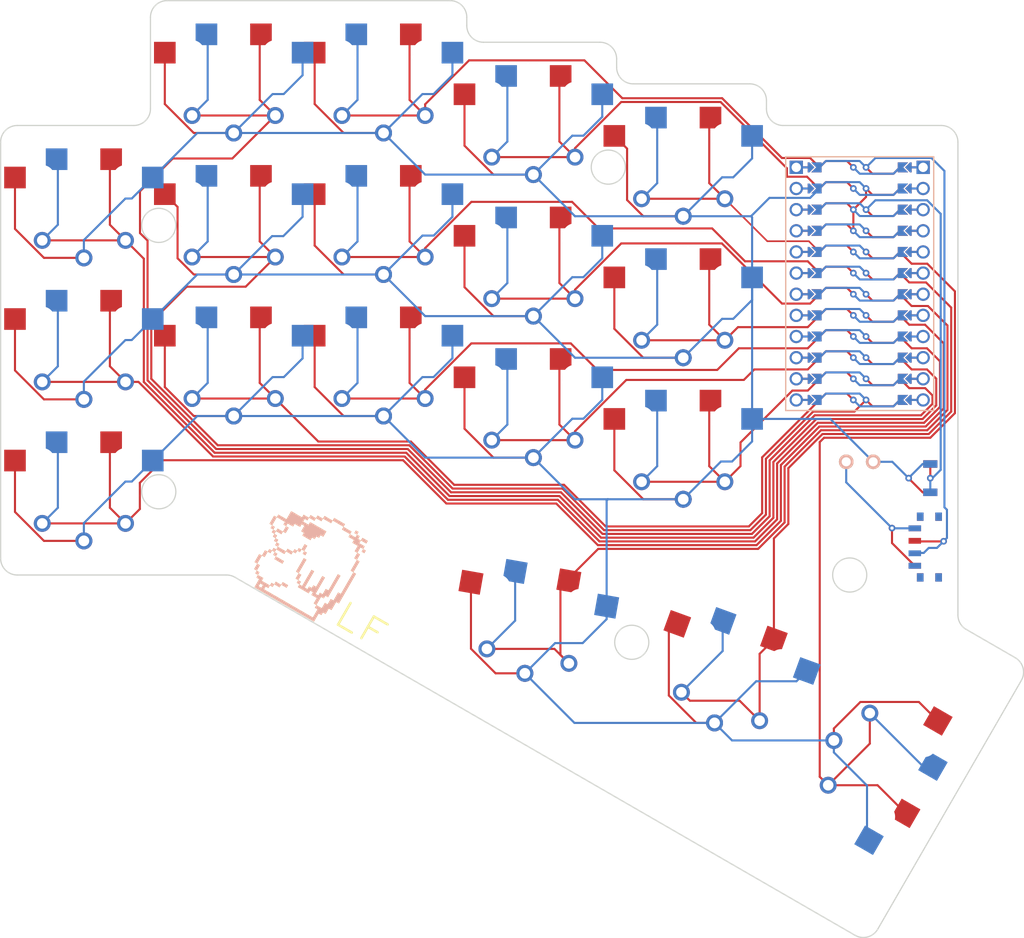
<source format=kicad_pcb>
(kicad_pcb (version 20211014) (generator pcbnew)
  (title_block (title "keyboard") (rev "v1.0.0") (company "Unknown"))
  (layers (0 "F.Cu" signal) (31 "B.Cu" signal) (34 "B.Paste" user) (35 "F.Paste" user) (36 "B.SilkS" user "B.Silkscreen") (37 "F.SilkS" user "F.Silkscreen") (38 "B.Mask" user) (39 "F.Mask" user) (44 "Edge.Cuts" user))
  (net 0 "")
  (net 1 "P14")
  (net 2 "GND")
  (net 3 "P15")
  (net 4 "P18")
  (net 5 "P9")
  (net 6 "P10")
  (net 7 "P16")
  (net 8 "P6")
  (net 9 "P3")
  (net 10 "P0")
  (net 11 "P7")
  (net 12 "P4")
  (net 13 "P1")
  (net 14 "P8")
  (net 15 "P5")
  (net 16 "P2")
  (net 17 "P19")
  (net 18 "P20")
  (net 19 "P21")
  (net 20 "RAW")
  (net 21 "RST")
  (net 22 "VCC")
  (net 23 "pos")
  (footprint "PG1350" (layer "F.Cu") (at 216.020719 111.495071 180)
    (fp_text reference "S22" hide)
    (fp_text value "" hide)
  )
  (footprint "PG1350" (layer "F.Cu") (at 198.020719 89.495071)
    (fp_text reference "S17" hide)
    (fp_text value "" hide)
  )
  (footprint "PG1350" (layer "F.Cu") (at 162.020719 138.495071)
    (fp_text reference "S1" hide)
    (fp_text value "" hide)
  )
  (footprint "PG1350" (layer "F.Cu") (at 198.020719 123.495071)
    (fp_text reference "S13" hide)
    (fp_text value "" hide)
  )
  (footprint "PG1350" (layer "F.Cu") (at 257.226984 171.31824 -120)
    (fp_text reference "S35" hide)
    (fp_text value "" hide)
  )
  (footprint "PG1350" (layer "F.Cu") (at 180.020719 89.495071)
    (fp_text reference "S11" hide)
    (fp_text value "" hide)
  )
  (footprint "PG1350" (layer "F.Cu") (at 216.020719 94.495071 180)
    (fp_text reference "S24" hide)
    (fp_text value "" hide)
  )
  (footprint "PG1350" (layer "F.Cu") (at 234.020719 99.495071 180)
    (fp_text reference "S30" hide)
    (fp_text value "" hide)
  )
  (footprint "PG1350" (layer "F.Cu") (at 180.020719 106.495071 180)
    (fp_text reference "S10" hide)
    (fp_text value "" hide)
  )
  (footprint "PG1350" (layer "F.Cu") (at 239.801213 160.719067 -20)
    (fp_text reference "S33" hide)
    (fp_text value "" hide)
  )
  (footprint "PG1350" (layer "F.Cu") (at 180.020719 123.495071)
    (fp_text reference "S7" hide)
    (fp_text value "" hide)
  )
  (footprint "PG1350" (layer "F.Cu") (at 234.020719 116.495071)
    (fp_text reference "S27" hide)
    (fp_text value "" hide)
  )
  (footprint "PG1350" (layer "F.Cu") (at 234.020719 133.495071 180)
    (fp_text reference "S26" hide)
    (fp_text value "" hide)
  )
  (footprint "PG1350" (layer "F.Cu") (at 257.226984 171.31824 60)
    (fp_text reference "S36" hide)
    (fp_text value "" hide)
  )
  (footprint "PG1350" (layer "F.Cu") (at 162.020719 138.495071 180)
    (fp_text reference "S2" hide)
    (fp_text value "" hide)
  )
  (footprint "PG1350" (layer "F.Cu") (at 180.020719 106.495071)
    (fp_text reference "S9" hide)
    (fp_text value "" hide)
  )
  (footprint "PG1350" (layer "F.Cu") (at 180.020719 123.495071 180)
    (fp_text reference "S8" hide)
    (fp_text value "" hide)
  )
  (footprint "PG1350" (layer "F.Cu") (at 216.020719 154.495071 -10)
    (fp_text reference "S31" hide)
    (fp_text value "" hide)
  )
  (footprint "PG1350" (layer "F.Cu") (at 234.020719 99.495071)
    (fp_text reference "S29" hide)
    (fp_text value "" hide)
  )
  (footprint "PG1350" (layer "F.Cu") (at 180.020719 89.495071 180)
    (fp_text reference "S12" hide)
    (fp_text value "" hide)
  )
  (footprint "PG1350" (layer "F.Cu") (at 216.020719 154.495071 170)
    (fp_text reference "S32" hide)
    (fp_text value "" hide)
  )
  (footprint "PG1350" (layer "F.Cu") (at 198.020719 106.495071)
    (fp_text reference "S15" hide)
    (fp_text value "" hide)
  )
  (footprint "Desktop:mole" (layer "F.Cu") (at 188.764188 146.647543 -30)
    (fp_text reference "")
    (fp_text value "LOGO" hide)
  )
  (footprint "PG1350" (layer "F.Cu") (at 234.020719 116.495071 180)
    (fp_text reference "S28" hide)
    (fp_text value "" hide)
  )
  (footprint "PG1350" (layer "F.Cu") (at 198.020719 123.495071 180)
    (fp_text reference "S14" hide)
    (fp_text value "" hide)
  )
  (footprint "PG1350" (layer "F.Cu") (at 239.801213 160.719067 160)
    (fp_text reference "S34" hide)
    (fp_text value "" hide)
  )
  (footprint "PG1350" (layer "F.Cu") (at 162.020719 104.495071 180)
    (fp_text reference "S6" hide)
    (fp_text value "" hide)
  )
  (footprint "PG1350" (layer "F.Cu") (at 198.020719 106.495071 180)
    (fp_text reference "S16" hide)
    (fp_text value "" hide)
  )
  (footprint "PG1350" (layer "F.Cu") (at 162.020719 121.495071)
    (fp_text reference "S3" hide)
    (fp_text value "" hide)
  )
  (footprint "PG1350" (layer "F.Cu") (at 216.020719 111.495071)
    (fp_text reference "S21" hide)
    (fp_text value "" hide)
  )
  (footprint "keyboard_reversible:ProMicro" (layer "F.Cu") (at 255.220719 113.495071 -90)
    (fp_text reference "REF**" hide)
    (fp_text value "ProMicro")
  )
  (footprint "Button_Switch_SMD:SW_SPDT_PCM12" (layer "F.Cu") (at 263.272429 145.136221 90)
    (fp_text reference "")
    (fp_text value "")
  )
  (footprint "Button_Switch_SMD:SW_SPST_B3U-1000P" (layer "F.Cu") (at 263.702429 136.860742 90)
    (fp_text reference "")
    (fp_text value "")
  )
  (footprint "PG1350" (layer "F.Cu") (at 162.020719 121.495071 180)
    (fp_text reference "S4" hide)
    (fp_text value "" hide)
  )
  (footprint "PG1350" (layer "F.Cu") (at 216.020719 128.495071)
    (fp_text reference "S19" hide)
    (fp_text value "" hide)
  )
  (footprint "PG1350" (layer "F.Cu") (at 198.020719 89.495071 180)
    (fp_text reference "S18" hide)
    (fp_text value "" hide)
  )
  (footprint "lib:bat" (layer "F.Cu") (at 255.220719 134.895071 90)
    (fp_text reference "")
    (fp_text value "")
  )
  (footprint "PG1350" (layer "F.Cu") (at 234.020719 133.495071)
    (fp_text reference "S25" hide)
    (fp_text value "" hide)
  )
  (footprint "PG1350" (layer "F.Cu") (at 162.020719 104.495071)
    (fp_text reference "S5" hide)
    (fp_text value "" hide)
  )
  (footprint "PG1350" (layer "F.Cu") (at 216.020719 128.495071 180)
    (fp_text reference "S20" hide)
    (fp_text value "" hide)
  )
  (footprint "PG1350" (layer "F.Cu") (at 216.020719 94.495071)
    (fp_text reference "S23" hide)
    (fp_text value "" hide)
  )
  (footprint "Desktop:mole" (layer "B.Cu") (at 188.764188 146.647543 150)
    (fp_text reference "")
    (fp_text value "LOGO" hide)
  )
  (gr_line (start 210.020719 84.495071) (end 224.020719 84.495071) (layer "Edge.Cuts") (width 0.15))
  (gr_line (start 208.020719 82.495071) (end 208.020719 81.495071) (layer "Edge.Cuts") (width 0.15))
  (gr_arc (start 154.020719 148.495071) (mid 152.606505 147.909285) (end 152.020719 146.495071) (layer "Edge.Cuts") (width 0.15))
  (gr_line (start 244.020719 92.495071) (end 244.020719 91.495071) (layer "Edge.Cuts") (width 0.15))
  (gr_line (start 257.387238 191.040672) (end 274.637238 161.162796) (layer "Edge.Cuts") (width 0.15))
  (gr_arc (start 246.020719 94.495071) (mid 244.606505 93.909285) (end 244.020719 92.495071) (layer "Edge.Cuts") (width 0.15))
  (gr_arc (start 170.020719 81.495071) (mid 170.606505 80.080857) (end 172.020719 79.495071) (layer "Edge.Cuts") (width 0.15))
  (gr_line (start 152.020719 146.495071) (end 152.020719 96.495071) (layer "Edge.Cuts") (width 0.15))
  (gr_circle (center 227.838412 156.578849) (end 229.888412 156.578849) (layer "Edge.Cuts") (width 0.15) (fill none))
  (gr_arc (start 152.020719 96.495071) (mid 152.606505 95.080857) (end 154.020719 94.495071) (layer "Edge.Cuts") (width 0.15))
  (gr_arc (start 242.020719 89.495071) (mid 243.434933 90.080857) (end 244.020719 91.495071) (layer "Edge.Cuts") (width 0.15))
  (gr_circle (center 225.020719 99.495071) (end 227.070719 99.495071) (layer "Edge.Cuts") (width 0.15) (fill none))
  (gr_circle (center 171.020719 138.495071) (end 173.070719 138.495071) (layer "Edge.Cuts") (width 0.15) (fill none))
  (gr_line (start 170.020719 92.495071) (end 170.020719 81.495071) (layer "Edge.Cuts") (width 0.15))
  (gr_circle (center 254.020719 148.495071) (end 256.070719 148.495071) (layer "Edge.Cuts") (width 0.15) (fill none))
  (gr_line (start 265.020719 94.495071) (end 246.020719 94.495071) (layer "Edge.Cuts") (width 0.15))
  (gr_line (start 180.160197 148.76302) (end 254.655188 191.772723) (layer "Edge.Cuts") (width 0.15))
  (gr_arc (start 273.905188 158.430746) (mid 274.837039 159.645158) (end 274.637238 161.162796) (layer "Edge.Cuts") (width 0.15))
  (gr_arc (start 179.160197 148.495071) (mid 179.677835 148.563219) (end 180.160197 148.76302) (layer "Edge.Cuts") (width 0.15))
  (gr_arc (start 170.020719 92.495071) (mid 169.434933 93.909285) (end 168.020719 94.495071) (layer "Edge.Cuts") (width 0.15))
  (gr_line (start 267.020719 153.301294) (end 267.020719 96.495071) (layer "Edge.Cuts") (width 0.15))
  (gr_line (start 268.020719 155.033345) (end 273.905188 158.430745) (layer "Edge.Cuts") (width 0.15))
  (gr_line (start 228.020719 89.495071) (end 242.020719 89.495071) (layer "Edge.Cuts") (width 0.15))
  (gr_arc (start 206.020719 79.495071) (mid 207.434933 80.080857) (end 208.020719 81.495071) (layer "Edge.Cuts") (width 0.15))
  (gr_line (start 172.020719 79.495071) (end 206.020719 79.495071) (layer "Edge.Cuts") (width 0.15))
  (gr_line (start 154.020719 148.495071) (end 179.160197 148.495071) (layer "Edge.Cuts") (width 0.15))
  (gr_arc (start 268.020719 155.033345) (mid 267.288668 154.301294) (end 267.020719 153.301294) (layer "Edge.Cuts") (width 0.15))
  (gr_arc (start 265.020719 94.495071) (mid 266.434933 95.080857) (end 267.020719 96.495071) (layer "Edge.Cuts") (width 0.15))
  (gr_arc (start 228.020719 89.495071) (mid 226.606505 88.909285) (end 226.020719 87.495071) (layer "Edge.Cuts") (width 0.15))
  (gr_circle (center 171.020719 106.495071) (end 173.070719 106.495071) (layer "Edge.Cuts") (width 0.15) (fill none))
  (gr_arc (start 257.387239 191.040672) (mid 256.172826 191.972524) (end 254.655188 191.772723) (layer "Edge.Cuts") (width 0.15))
  (gr_arc (start 210.020719 84.495071) (mid 208.606505 83.909285) (end 208.020719 82.495071) (layer "Edge.Cuts") (width 0.15))
  (gr_line (start 226.020719 87.495071) (end 226.020719 86.495071) (layer "Edge.Cuts") (width 0.15))
  (gr_line (start 154.020719 94.495071) (end 168.020719 94.495071) (layer "Edge.Cuts") (width 0.15))
  (gr_arc (start 224.020719 84.495071) (mid 225.434933 85.080857) (end 226.020719 86.495071) (layer "Edge.Cuts") (width 0.15))
  (gr_text "LF" (at 195.302429 154.460742 -30) (layer "F.SilkS") (effects (font (size 3 4) (thickness 0.3))))
  (segment (start 219.143835 139.009302) (end 205.943835 139.009302) (width 0.25) (layer "F.Cu") (net 1))
  (segment (start 250.007162 129.759782) (end 244.850989 134.915955) (width 0.25) (layer "F.Cu") (net 1))
  (segment (start 169.222168 110.49652) (end 167.020719 108.295071) (width 0.25) (layer "F.Cu") (net 1))
  (segment (start 244.850989 141.619335) (end 242.461022 144.009302) (width 0.25) (layer "F.Cu") (net 1))
  (segment (start 261.462208 123.80056) (end 263.306508 123.80056) (width 0.25) (layer "F.Cu") (net 1))
  (segment (start 263.306508 123.80056) (end 264.41475 124.908802) (width 0.25) (layer "F.Cu") (net 1))
  (segment (start 157.020719 108.295071) (end 167.020719 108.295071) (width 0.25) (layer "F.Cu") (net 1))
  (segment (start 169.222168 125.299443) (end 169.222168 110.49652) (width 0.25) (layer "F.Cu") (net 1))
  (segment (start 167.020719 108.295071) (end 165.146198 106.42055) (width 0.25) (layer "F.Cu") (net 1))
  (segment (start 205.943835 139.009302) (end 200.743835 133.809302) (width 0.25) (layer "F.Cu") (net 1))
  (segment (start 262.772025 129.759782) (end 250.007162 129.759782) (width 0.25) (layer "F.Cu") (net 1))
  (segment (start 264.41475 124.908802) (end 264.41475 128.117057) (width 0.25) (layer "F.Cu") (net 1))
  (segment (start 224.143835 144.009302) (end 219.143835 139.009302) (width 0.25) (layer "F.Cu") (net 1))
  (segment (start 242.461022 144.009302) (end 224.143835 144.009302) (width 0.25) (layer "F.Cu") (net 1))
  (segment (start 165.146198 106.42055) (end 165.146198 98.694592) (width 0.25) (layer "F.Cu") (net 1))
  (segment (start 244.850989 134.915955) (end 244.850989 141.619335) (width 0.25) (layer "F.Cu") (net 1))
  (segment (start 264.41475 128.117057) (end 262.772025 129.759782) (width 0.25) (layer "F.Cu") (net 1))
  (segment (start 200.743835 133.809302) (end 177.732026 133.809302) (width 0.25) (layer "F.Cu") (net 1))
  (segment (start 260.046719 122.385071) (end 261.462208 123.80056) (width 0.25) (layer "F.Cu") (net 1))
  (segment (start 165.146198 98.694592) (end 165.295719 98.545071) (width 0.25) (layer "F.Cu") (net 1))
  (segment (start 177.732026 133.809302) (end 169.222168 125.299443) (width 0.25) (layer "F.Cu") (net 1))
  (segment (start 157.020719 108.295071) (end 158.89524 106.42055) (width 0.25) (layer "B.Cu") (net 1))
  (segment (start 158.89524 98.694592) (end 158.745719 98.545071) (width 0.25) (layer "B.Cu") (net 1))
  (segment (start 158.89524 106.42055) (end 158.89524 98.694592) (width 0.25) (layer "B.Cu") (net 1))
  (segment (start 261.102926 136.860742) (end 261.377918 137.135734) (width 0.25) (layer "F.Cu") (net 2))
  (segment (start 211.224949 117.395071) (end 216.020719 117.395071) (width 0.25) (layer "F.Cu") (net 2))
  (segment (start 153.745719 117.745071) (end 153.745719 123.915841) (width 0.25) (layer "F.Cu") (net 2))
  (segment (start 207.745719 124.745071) (end 207.745719 130.915841) (width 0.25) (layer "F.Cu") (net 2))
  (segment (start 171.745719 102.745071) (end 173.277302 104.276654) (width 0.25) (layer "F.Cu") (net 2))
  (segment (start 173.277302 104.276654) (end 173.277302 110.447424) (width 0.25) (layer "F.Cu") (net 2))
  (segment (start 153.745719 134.745071) (end 153.745719 140.915841) (width 0.25) (layer "F.Cu") (net 2))
  (segment (start 262.332801 163.747602) (end 264.612079 166.02688) (width 0.25) (layer "F.Cu") (net 2))
  (segment (start 189.745719 125.915841) (end 193.224949 129.395071) (width 0.25) (layer "F.Cu") (net 2))
  (segment (start 232.293564 155.379271) (end 232.293564 162.967916) (width 0.25) (layer "F.Cu") (net 2))
  (segment (start 208.522616 157.350669) (end 211.477384 160.305437) (width 0.25) (layer "F.Cu") (net 2))
  (segment (start 252.117434 166.9314) (end 255.301232 163.747602) (width 0.25) (layer "F.Cu") (net 2))
  (segment (start 211.477384 160.305437) (end 214.996195 160.305437) (width 0.25) (layer "F.Cu") (net 2))
  (segment (start 189.745719 85.745071) (end 189.745719 91.915841) (width 0.25) (layer "F.Cu") (net 2))
  (segment (start 157.224949 127.395071) (end 162.020719 127.395071) (width 0.25) (layer "F.Cu") (net 2))
  (segment (start 255.301232 163.747602) (end 262.332801 163.747602) (width 0.25) (layer "F.Cu") (net 2))
  (segment (start 211.224949 100.395071) (end 216.020719 100.395071) (width 0.25) (layer "F.Cu") (net 2))
  (segment (start 171.745719 85.745071) (end 171.745719 91.915841) (width 0.25) (layer "F.Cu") (net 2))
  (segment (start 173.277302 110.447424) (end 175.224949 112.395071) (width 0.25) (layer "F.Cu") (net 2))
  (segment (start 175.224949 112.395071) (end 180.020719 112.395071) (width 0.25) (layer "F.Cu") (net 2))
  (segment (start 262.777815 138.560742) (end 263.702429 138.560742) (width 0.25) (layer "F.Cu") (net 2))
  (segment (start 261.377918 137.135734) (end 261.377918 137.160845) (width 0.25) (layer "F.Cu") (net 2))
  (segment (start 193.224949 95.395071) (end 198.020719 95.395071) (width 0.25) (layer "F.Cu") (net 2))
  (segment (start 235.588901 166.263253) (end 237.783294 166.263253) (width 0.25) (layer "F.Cu") (net 2))
  (segment (start 153.745719 123.915841) (end 157.224949 127.395071) (width 0.25) (layer "F.Cu") (net 2))
  (segment (start 254.458719 104.605071) (end 254.458719 107.145071) (width 0.25) (layer "F.Cu") (net 2))
  (segment (start 207.745719 130.915841) (end 211.224949 134.395071) (width 0.25) (layer "F.Cu") (net 2))
  (segment (start 252.117434 168.36824) (end 252.117434 166.9314) (width 0.25) (layer "F.Cu") (net 2))
  (segment (start 207.745719 107.745071) (end 207.745719 113.915841) (width 0.25) (layer "F.Cu") (net 2))
  (segment (start 189.745719 119.745071) (end 189.745719 125.915841) (width 0.25) (layer "F.Cu") (net 2))
  (segment (start 153.745719 106.915841) (end 153.745719 100.745071) (width 0.25) (layer "F.Cu") (net 2))
  (segment (start 171.745719 125.915841) (end 175.224949 129.395071) (width 0.25) (layer "F.Cu") (net 2))
  (segment (start 157.224949 144.395071) (end 162.020719 144.395071) (width 0.25) (layer "F.Cu") (net 2))
  (segment (start 175.224949 129.395071) (end 180.020719 129.395071) (width 0.25) (layer "F.Cu") (net 2))
  (segment (start 255.982719 102.065071) (end 255.982719 103.081071) (width 0.25) (layer "F.Cu") (net 2))
  (segment (start 227.277302 103.447424) (end 229.224949 105.395071) (width 0.25) (layer "F.Cu") (net 2))
  (segment (start 207.745719 96.915841) (end 211.224949 100.395071) (width 0.25) (layer "F.Cu") (net 2))
  (segment (start 225.745719 135.915841) (end 229.224949 139.395071) (width 0.25) (layer "F.Cu") (net 2))
  (segment (start 157.224949 110.395071) (end 153.745719 106.915841) (width 0.25) (layer "F.Cu") (net 2))
  (segment (start 189.745719 108.915841) (end 193.224949 112.395071) (width 0.25) (layer "F.Cu") (net 2))
  (segment (start 207.745719 90.745071) (end 207.745719 96.915841) (width 0.25) (layer "F.Cu") (net 2))
  (segment (start 207.745719 113.915841) (end 211.224949 117.395071) (width 0.25) (layer "F.Cu") (net 2))
  (segment (start 171.745719 119.745071) (end 171.745719 125.915841) (width 0.25) (layer "F.Cu") (net 2))
  (segment (start 232.293564 162.967916) (end 235.588901 166.263253) (width 0.25) (layer "F.Cu") (net 2))
  (segment (start 225.745719 112.745071) (end 225.745719 118.915841) (width 0.25) (layer "F.Cu") (net 2))
  (segment (start 189.745719 91.915841) (end 193.224949 95.395071) (width 0.25) (layer "F.Cu") (net 2))
  (segment (start 227.277302 97.276654) (end 227.277302 103.447424) (width 0.25) (layer "F.Cu") (net 2))
  (segment (start 162.020719 110.395071) (end 157.224949 110.395071) (width 0.25) (layer "F.Cu") (net 2))
  (segment (start 153.745719 140.915841) (end 157.224949 144.395071) (width 0.25) (layer "F.Cu") (net 2))
  (segment (start 208.522616 149.365103) (end 208.522616 157.350669) (width 0.25) (layer "F.Cu") (net 2))
  (segment (start 229.224949 105.395071) (end 234.020719 105.395071) (width 0.25) (layer "F.Cu") (net 2))
  (segment (start 229.224949 139.395071) (end 234.020719 139.395071) (width 0.25) (layer "F.Cu") (net 2))
  (segment (start 193.224949 112.395071) (end 198.020719 112.395071) (width 0.25) (layer "F.Cu") (net 2))
  (segment (start 189.745719 102.745071) (end 189.745719 108.915841) (width 0.25) (layer "F.Cu") (net 2))
  (segment (start 171.745719 91.915841) (end 175.224949 95.395071) (width 0.25) (layer "F.Cu") (net 2))
  (segment (start 211.224949 134.395071) (end 216.020719 134.395071) (width 0.25) (layer "F.Cu") (net 2))
  (segment (start 255.982719 103.081071) (end 254.458719 104.605071) (width 0.25) (layer "F.Cu") (net 2))
  (segment (start 225.745719 95.745071) (end 227.277302 97.276654) (width 0.25) (layer "F.Cu") (net 2))
  (segment (start 193.224949 129.395071) (end 198.020719 129.395071) (width 0.25) (layer "F.Cu") (net 2))
  (segment (start 225.745719 129.745071) (end 225.745719 135.915841) (width 0.25) (layer "F.Cu") (net 2))
  (segment (start 225.745719 118.915841) (end 229.224949 122.395071) (width 0.25) (layer "F.Cu") (net 2))
  (segment (start 229.224949 122.395071) (end 234.020719 122.395071) (width 0.25) (layer "F.Cu") (net 2))
  (segment (start 261.377918 137.160845) (end 262.777815 138.560742) (width 0.25) (layer "F.Cu") (net 2))
  (segment (start 175.224949 95.395071) (end 180.020719 95.395071) (width 0.25) (layer "F.Cu") (net 2))
  (segment (start 233.307832 154.365003) (end 232.293564 155.379271) (width 0.25) (layer "F.Cu") (net 2))
  (via (at 261.102926 136.860742) (size 0.8) (drill 0.4) (layers "F.Cu" "B.Cu") (net 2))
  (segment (start 186.028306 90.720492) (end 188.295719 88.453079) (width 0.25) (layer "B.Cu") (net 2))
  (segment (start 242.295719 129.745071) (end 251.690719 129.745071) (width 0.25) (layer "B.Cu") (net 2))
  (segment (start 261.377918 136.560639) (end 262.777815 135.160742) (width 0.25) (layer "B.Cu") (net 2))
  (segment (start 216.020719 134.395071) (end 203.020719 134.395071) (width 0.25) (layer "B.Cu") (net 2))
  (segment (start 175.645719 129.395071) (end 170.295719 134.745071) (width 0.25) (layer "B.Cu") (net 2))
  (segment (start 224.9681 139.395071) (end 221.020719 139.395071) (width 0.25) (layer "B.Cu") (net 2))
  (segment (start 261.102926 136.860742) (end 261.377918 136.58575) (width 0.25) (layer "B.Cu") (net 2))
  (segment (start 240.028306 100.720492) (end 242.295719 98.453079) (width 0.25) (layer "B.Cu") (net 2))
  (segment (start 252.117434 169.80508) (end 256.100058 173.787704) (width 0.25) (layer "B.Cu") (net 2))
  (segment (start 218.626075 156.675557) (end 221.944749 156.675557) (width 0.25) (layer "B.Cu") (net 2))
  (segment (start 184.695298 124.720492) (end 186.042679 124.720492) (width 0.25) (layer "B.Cu") (net 2))
  (segment (start 238.555048 134.860742) (end 234.020719 139.395071) (width 0.25) (layer "B.Cu") (net 2))
  (segment (start 188.295719 122.467452) (end 188.295719 119.745071) (width 0.25) (layer "B.Cu") (net 2))
  (segment (start 234.020719 105.395071) (end 221.020719 105.395071) (width 0.25) (layer "B.Cu") (net 2))
  (segment (start 242.295719 112.745071) (end 242.295719 129.745071) (width 0.25) (layer "B.Cu") (net 2))
  (segment (start 167.77114 137.26965) (end 167.013132 137.26965) (width 0.25) (layer "B.Cu") (net 2))
  (segment (start 238.695298 117.720492) (end 240.028306 117.720492) (width 0.25) (layer "B.Cu") (net 2))
  (segment (start 184.695298 90.720492) (end 186.028306 90.720492) (width 0.25) (layer "B.Cu") (net 2))
  (segment (start 202.695298 107.720492) (end 204.042679 107.720492) (width 0.25) (layer "B.Cu") (net 2))
  (segment (start 242.1681 105.395071) (end 234.020719 105.395071) (width 0.25) (layer "B.Cu") (net 2))
  (segment (start 220.695298 95.720492) (end 222.028306 95.720492) (width 0.25) (layer "B.Cu") (net 2))
  (segment (start 224.295719 110.453079) (end 224.295719 107.745071) (width 0.25) (layer "B.Cu") (net 2))
  (segment (start 244.373589 103.189582) (end 242.1681 105.395071) (width 0.25) (layer "B.Cu") (net 2))
  (segment (start 261.377918 136.58575) (end 261.377918 136.560639) (width 0.25) (layer "B.Cu") (net 2))
  (segment (start 239.888056 134.860742) (end 238.555048 134.860742) (width 0.25) (layer "B.Cu") (net 2))
  (segment (start 214.996195 160.305437) (end 220.954011 166.263253) (width 0.25) (layer "B.Cu") (net 2))
  (segment (start 222.028306 95.720492) (end 224.295719 93.453079) (width 0.25) (layer "B.Cu") (net 2))
  (segment (start 203.020719 117.395071) (end 198.020719 112.395071) (width 0.25) (layer "B.Cu") (net 2))
  (segment (start 256.840719 134.895071) (end 259.137255 134.895071) (width 0.25) (layer "B.Cu") (net 2))
  (segment (start 180.020719 112.395071) (end 184.629571 107.786219) (width 0.25) (layer "B.Cu") (net 2))
  (segment (start 220.695298 112.720492) (end 222.028306 112.720492) (width 0.25) (layer "B.Cu") (net 2))
  (segment (start 198.020719 129.395071) (end 202.695298 124.720492) (width 0.25) (layer "B.Cu") (net 2))
  (segment (start 202.695298 90.720492) (end 204.028306 90.720492) (width 0.25) (layer "B.Cu") (net 2))
  (segment (start 162.020719 108.262063) (end 162.020719 110.395071) (width 0.25) (layer "B.Cu") (net 2))
  (segment (start 180.020719 129.395071) (end 175.645719 129.395071) (width 0.25) (layer "B.Cu") (net 2))
  (segment (start 186.042679 124.720492) (end 188.295719 122.467452) (width 0.25) (layer "B.Cu") (net 2))
  (segment (start 249.270208 103.189582) (end 244.373589 103.189582) (width 0.25) (layer "B.Cu") (net 2))
  (segment (start 242.295719 132.453079) (end 239.888056 134.860742) (width 0.25) (layer "B.Cu") (net 2))
  (segment (start 180.020719 112.395071) (end 175.645719 112.395071) (width 0.25) (layer "B.Cu") (net 2))
  (segment (start 247.624439 161.260742) (end 248.859745 160.025436) (width 0.25) (layer "B.Cu") (net 2))
  (segment (start 234.020719 122.395071) (end 238.695298 117.720492) (width 0.25) (layer "B.Cu") (net 2))
  (segment (start 234.020719 122.395071) (end 221.020719 122.395071) (width 0.25) (layer "B.Cu") (net 2))
  (segment (start 198.020719 95.395071) (end 202.695298 90.720492) (width 0.25) (layer "B.Cu") (net 2))
  (segment (start 224.821184 152.238981) (end 224.821184 139.541987) (width 0.25) (layer "B.Cu") (net 2))
  (segment (start 188.295719 105.467452) (end 188.295719 102.745071) (width 0.25) (layer "B.Cu") (net 2))
  (segment (start 206.295719 122.453079) (end 206.295719 119.745071) (width 0.25) (layer "B.Cu") (net 2))
  (segment (start 170.295719 134.745071) (end 167.77114 137.26965) (width 0.25) (layer "B.Cu") (net 2))
  (segment (start 170.295719 100.745071) (end 167.77114 103.26965) (width 0.25) (layer "B.Cu") (net 2))
  (segment (start 221.020719 122.395071) (end 216.020719 117.395071) (width 0.25) (layer "B.Cu") (net 2))
  (segment (start 198.020719 112.395071) (end 180.020719 112.395071) (width 0.25) (layer "B.Cu") (net 2))
  (segment (start 242.1681 105.395071) (end 242.295719 105.52269) (width 0.25) (layer "B.Cu") (net 2))
  (segment (start 162.020719 125.262063) (end 162.020719 127.395071) (width 0.25) (layer "B.Cu") (net 2))
  (segment (start 237.783294 166.263253) (end 242.785805 161.260742) (width 0.25) (layer "B.Cu") (net 2))
  (segment (start 167.013132 137.26965) (end 162.020719 142.262063) (width 0.25) (layer "B.Cu") (net 2))
  (segment (start 216.020719 100.395071) (end 203.020719 100.395071) (width 0.25) (layer "B.Cu") (net 2))
  (segment (start 224.821184 153.799122) (end 224.821184 152.238981) (width 0.25) (layer "B.Cu") (net 2))
  (segment (start 220.695298 129.720492) (end 222.028306 129.720492) (width 0.25) (layer "B.Cu") (net 2))
  (segment (start 180.020719 95.395071) (end 175.645719 95.395071) (width 0.25) (layer "B.Cu") (net 2))
  (segment (start 222.028306 112.720492) (end 224.295719 110.453079) (width 0.25) (layer "B.Cu") (net 2))
  (segment (start 224.295719 127.453079) (end 224.295719 124.745071) (width 0.25) (layer "B.Cu") (net 2))
  (segment (start 234.020719 139.395071) (end 224.9681 139.395071) (width 0.25) (layer "B.Cu") (net 2))
  (segment (start 262.777815 135.160742) (end 263.702429 135.160742) (width 0.25) (layer "B.Cu") (net 2))
  (segment (start 221.020719 105.395071) (end 216.020719 100.395071) (width 0.25) (layer "B.Cu") (net 2))
  (segment (start 238.695298 100.720492) (end 240.028306 100.720492) (width 0.25) (layer "B.Cu") (net 2))
  (segment (start 239.888281 168.36824) (end 252.117434 168.36824) (width 0.25) (layer "B.Cu") (net 2))
  (segment (start 206.295719 88.453079) (end 206.295719 85.745071) (width 0.25) (layer "B.Cu") (net 2))
  (segment (start 162.020719 142.262063) (end 162.020719 144.395071) (width 0.25) (layer "B.Cu") (net 2))
  (segment (start 206.295719 105.467452) (end 206.295719 102.745071) (width 0.25) (layer "B.Cu") (net 2))
  (segment (start 170.295719 117.745071) (end 167.77114 120.26965) (width 0.25) (layer "B.Cu") (net 2))
  (segment (start 242.295719 98.453079) (end 242.295719 95.745071) (width 0.25) (layer "B.Cu") (net 2))
  (segment (start 234.020719 105.395071) (end 238.695298 100.720492) (width 0.25) (layer "B.Cu") (net 2))
  (segment (start 167.013132 120.26965) (end 162.020719 125.262063) (width 0.25) (layer "B.Cu") (net 2))
  (segment (start 203.020719 100.395071) (end 198.020719 95.395071) (width 0.25) (layer "B.Cu") (net 2))
  (segment (start 214.996195 160.305437) (end 218.626075 156.675557) (width 0.25) (layer "B.Cu") (net 2))
  (segment (start 237.783294 166.263253) (end 239.888281 168.36824) (width 0.25) (layer "B.Cu") (net 2))
  (segment (start 216.020719 134.395071) (end 220.695298 129.720492) (width 0.25) (layer "B.Cu") (net 2))
  (segment (start 252.117434 168.36824) (end 252.117434 169.80508) (width 0.25) (layer "B.Cu") (net 2))
  (segment (start 242.785805 161.260742) (end 247.624439 161.260742) (width 0.25) (layer "B.Cu") (net 2))
  (segment (start 251.690719 129.745071) (end 256.840719 134.895071) (width 0.25) (layer "B.Cu") (net 2))
  (segment (start 222.028306 129.720492) (end 224.295719 127.453079) (width 0.25) (layer "B.Cu") (net 2))
  (segment (start 185.976952 107.786219) (end 188.295719 105.467452) (width 0.25) (layer "B.Cu") (net 2))
  (segment (start 221.944749 156.675557) (end 224.821184 153.799122) (width 0.25) (layer "B.Cu") (net 2))
  (segment (start 240.028306 117.720492) (end 242.295719 115.453079) (width 0.25) (layer "B.Cu") (net 2))
  (segment (start 167.77114 120.26965) (end 167.013132 120.26965) (width 0.25) (layer "B.Cu") (net 2))
  (segment (start 198.020719 112.395071) (end 202.695298 107.720492) (width 0.25) (layer "B.Cu") (net 2))
  (segment (start 167.77114 103.26965) (end 167.013132 103.26965) (width 0.25) (layer "B.Cu") (net 2))
  (segment (start 216.020719 117.395071) (end 220.695298 112.720492) (width 0.25) (layer "B.Cu") (net 2))
  (segment (start 204.042679 107.720492) (end 206.295719 105.467452) (width 0.25) (layer "B.Cu") (net 2))
  (segment (start 198.020719 95.395071) (end 180.020719 95.395071) (width 0.25) (layer "B.Cu") (net 2))
  (segment (start 198.020719 129.395071) (end 180.020719 129.395071) (width 0.25) (layer "B.Cu") (net 2))
  (segment (start 180.020719 129.395071) (end 184.695298 124.720492) (width 0.25) (layer "B.Cu") (net 2))
  (segment (start 256.100058 180.122579) (end 256.337079 180.3596) (width 0.25) (layer "B.Cu") (net 2))
  (segment (start 224.295719 93.453079) (end 224.295719 90.745071) (width 0.25) (layer "B.Cu") (net 2))
  (segment (start 202.695298 124.720492) (end 204.028306 124.720492) (width 0.25) (layer "B.Cu") (net 2))
  (segment (start 220.954011 166.263253) (end 237.783294 166.263253) (width 0.25) (layer "B.Cu") (net 2))
  (segment (start 167.013132 103.26965) (end 162.020719 108.262063) (width 0.25) (layer "B.Cu") (net 2))
  (segment (start 204.028306 90.720492) (end 206.295719 88.453079) (width 0.25) (layer "B.Cu") (net 2))
  (segment (start 224.821184 139.541987) (end 224.9681 139.395071) (width 0.25) (layer "B.Cu") (net 2))
  (segment (start 250.394719 102.065071) (end 249.270208 103.189582) (width 0.25) (layer "B.Cu") (net 2))
  (segment (start 259.137255 134.895071) (end 261.102926 136.860742) (width 0.25) (layer "B.Cu") (net 2))
  (segment (start 175.645719 95.395071) (end 170.295719 100.745071) (width 0.25) (layer "B.Cu") (net 2))
  (segment (start 204.028306 124.720492) (end 206.295719 122.453079) (width 0.25) (layer "B.Cu") (net 2))
  (segment (start 216.020719 100.395071) (end 220.695298 95.720492) (width 0.25) (layer "B.Cu") (net 2))
  (segment (start 184.629571 107.786219) (end 185.976952 107.786219) (width 0.25) (layer "B.Cu") (net 2))
  (segment (start 216.020719 117.395071) (end 203.020719 117.395071) (width 0.25) (layer "B.Cu") (net 2))
  (segment (start 203.020719 134.395071) (end 198.020719 129.395071) (width 0.25) (layer "B.Cu") (net 2))
  (segment (start 242.295719 115.453079) (end 242.295719 112.745071) (width 0.25) (layer "B.Cu") (net 2))
  (segment (start 242.295719 105.52269) (end 242.295719 112.745071) (width 0.25) (layer "B.Cu") (net 2))
  (segment (start 175.645719 112.395071) (end 170.295719 117.745071) (width 0.25) (layer "B.Cu") (net 2))
  (segment (start 256.100058 173.787704) (end 256.100058 180.122579) (width 0.25) (layer "B.Cu") (net 2))
  (segment (start 180.020719 95.395071) (end 184.695298 90.720492) (width 0.25) (layer "B.Cu") (net 2))
  (segment (start 221.020719 139.395071) (end 216.020719 134.395071) (width 0.25) (layer "B.Cu") (net 2))
  (segment (start 188.295719 88.453079) (end 188.295719 85.745071) (width 0.25) (layer "B.Cu") (net 2))
  (segment (start 242.295719 129.745071) (end 242.295719 132.453079) (width 0.25) (layer "B.Cu") (net 2))
  (segment (start 260.046719 119.845071) (end 261.462208 121.26056) (width 0.25) (layer "F.Cu") (net 3))
  (segment (start 262.958222 130.209302) (end 250.19336 130.209302) (width 0.25) (layer "F.Cu") (net 3))
  (segment (start 250.19336 130.209302) (end 245.300509 135.102153) (width 0.25) (layer "F.Cu") (net 3))
  (segment (start 242.64722 144.458822) (end 223.957637 144.458822) (width 0.25) (layer "F.Cu") (net 3))
  (segment (start 200.557637 134.258822) (end 177.545828 134.258822) (width 0.25) (layer "F.Cu") (net 3))
  (segment (start 165.146198 123.42055) (end 165.146198 115.694592) (width 0.25) (layer "F.Cu") (net 3))
  (segment (start 264.86427 128.303254) (end 262.958222 130.209302) (width 0.25) (layer "F.Cu") (net 3))
  (segment (start 205.757637 139.458822) (end 200.557637 134.258822) (width 0.25) (layer "F.Cu") (net 3))
  (segment (start 263.306508 121.26056) (end 264.86427 122.818322) (width 0.25) (layer "F.Cu") (net 3))
  (segment (start 245.300509 135.102153) (end 245.300509 141.805533) (width 0.25) (layer "F.Cu") (net 3))
  (segment (start 157.020719 125.295071) (end 167.020719 125.295071) (width 0.25) (layer "F.Cu") (net 3))
  (segment (start 218.957637 139.458822) (end 205.757637 139.458822) (width 0.25) (layer "F.Cu") (net 3))
  (segment (start 177.545828 134.258822) (end 168.582077 125.295071) (width 0.25) (layer "F.Cu") (net 3))
  (segment (start 264.86427 122.818322) (end 264.86427 128.303254) (width 0.25) (layer "F.Cu") (net 3))
  (segment (start 245.300509 141.805533) (end 242.64722 144.458822) (width 0.25) (layer "F.Cu") (net 3))
  (segment (start 167.020719 125.295071) (end 165.146198 123.42055) (width 0.25) (layer "F.Cu") (net 3))
  (segment (start 168.582077 125.295071) (end 167.020719 125.295071) (width 0.25) (layer "F.Cu") (net 3))
  (segment (start 165.146198 115.694592) (end 165.295719 115.545071) (width 0.25) (layer "F.Cu") (net 3))
  (segment (start 261.462208 121.26056) (end 263.306508 121.26056) (width 0.25) (layer "F.Cu") (net 3))
  (segment (start 223.957637 144.458822) (end 218.957637 139.458822) (width 0.25) (layer "F.Cu") (net 3))
  (segment (start 157.020719 125.295071) (end 158.89524 123.42055) (width 0.25) (layer "B.Cu") (net 3))
  (segment (start 158.89524 115.694592) (end 158.745719 115.545071) (width 0.25) (layer "B.Cu") (net 3))
  (segment (start 158.89524 123.42055) (end 158.89524 115.694592) (width 0.25) (layer "B.Cu") (net 3))
  (segment (start 205.571439 139.908342) (end 200.371439 134.708342) (width 0.25) (layer "F.Cu") (net 4))
  (segment (start 223.771439 144.908342) (end 218.771439 139.908342) (width 0.25) (layer "F.Cu") (net 4))
  (segment (start 265.31379 128.489452) (end 263.144419 130.658822) (width 0.25) (layer "F.Cu") (net 4))
  (segment (start 265.31379 120.672103) (end 265.31379 128.489452) (width 0.25) (layer "F.Cu") (net 4))
  (segment (start 245.750029 135.288351) (end 245.750029 141.991731) (width 0.25) (layer "F.Cu") (net 4))
  (segment (start 263.071269 118.429582) (end 265.31379 120.672103) (width 0.25) (layer "F.Cu") (net 4))
  (segment (start 218.771439 139.908342) (end 205.571439 139.908342) (width 0.25) (layer "F.Cu") (net 4))
  (segment (start 245.750029 141.991731) (end 242.833417 144.908342) (width 0.25) (layer "F.Cu") (net 4))
  (segment (start 168.74614 137.417031) (end 168.74614 140.56965) (width 0.25) (layer "F.Cu") (net 4))
  (segment (start 165.146198 132.694592) (end 165.295719 132.545071) (width 0.25) (layer "F.Cu") (net 4))
  (segment (start 171.454829 134.708342) (end 168.74614 137.417031) (width 0.25) (layer "F.Cu") (net 4))
  (segment (start 157.020719 142.295071) (end 167.020719 142.295071) (width 0.25) (layer "F.Cu") (net 4))
  (segment (start 168.74614 140.56965) (end 167.020719 142.295071) (width 0.25) (layer "F.Cu") (net 4))
  (segment (start 260.046719 117.305071) (end 261.17123 118.429582) (width 0.25) (layer "F.Cu") (net 4))
  (segment (start 250.379558 130.658822) (end 245.750029 135.288351) (width 0.25) (layer "F.Cu") (net 4))
  (segment (start 200.371439 134.708342) (end 171.454829 134.708342) (width 0.25) (layer "F.Cu") (net 4))
  (segment (start 261.17123 118.429582) (end 263.071269 118.429582) (width 0.25) (layer "F.Cu") (net 4))
  (segment (start 242.833417 144.908342) (end 223.771439 144.908342) (width 0.25) (layer "F.Cu") (net 4))
  (segment (start 263.144419 130.658822) (end 250.379558 130.658822) (width 0.25) (layer "F.Cu") (net 4))
  (segment (start 167.020719 142.295071) (end 165.146198 140.42055) (width 0.25) (layer "F.Cu") (net 4))
  (segment (start 165.146198 140.42055) (end 165.146198 132.694592) (width 0.25) (layer "F.Cu") (net 4))
  (segment (start 157.020719 142.295071) (end 158.89524 140.42055) (width 0.25) (layer "B.Cu") (net 4))
  (segment (start 158.89524 140.42055) (end 158.89524 132.694592) (width 0.25) (layer "B.Cu") (net 4))
  (segment (start 158.89524 132.694592) (end 158.745719 132.545071) (width 0.25) (layer "B.Cu") (net 4))
  (segment (start 175.020719 127.295071) (end 185.020719 127.295071) (width 0.25) (layer "F.Cu") (net 5))
  (segment (start 183.146198 125.42055) (end 183.146198 117.694592) (width 0.25) (layer "F.Cu") (net 5))
  (segment (start 219.702429 137.660742) (end 206.502429 137.660742) (width 0.25) (layer "F.Cu") (net 5))
  (segment (start 206.502429 137.660742) (end 201.302429 132.460742) (width 0.25) (layer "F.Cu") (net 5))
  (segment (start 243.502429 134.357361) (end 243.502429 141.060742) (width 0.25) (layer "F.Cu") (net 5))
  (segment (start 243.502429 141.060742) (end 241.902429 142.660742) (width 0.25) (layer "F.Cu") (net 5))
  (segment (start 183.146198 117.694592) (end 183.295719 117.545071) (width 0.25) (layer "F.Cu") (net 5))
  (segment (start 250.394719 127.465071) (end 243.502429 134.357361) (width 0.25) (layer "F.Cu") (net 5))
  (segment (start 224.702429 142.660742) (end 219.702429 137.660742) (width 0.25) (layer "F.Cu") (net 5))
  (segment (start 185.020719 127.295071) (end 183.146198 125.42055) (width 0.25) (layer "F.Cu") (net 5))
  (segment (start 241.902429 142.660742) (end 224.702429 142.660742) (width 0.25) (layer "F.Cu") (net 5))
  (segment (start 201.302429 132.460742) (end 190.18639 132.460742) (width 0.25) (layer "F.Cu") (net 5))
  (segment (start 190.18639 132.460742) (end 185.020719 127.295071) (width 0.25) (layer "F.Cu") (net 5))
  (segment (start 175.020719 127.295071) (end 176.89524 125.42055) (width 0.25) (layer "B.Cu") (net 5))
  (segment (start 176.89524 125.42055) (end 176.89524 117.694592) (width 0.25) (layer "B.Cu") (net 5))
  (segment (start 176.89524 117.694592) (end 176.745719 117.545071) (width 0.25) (layer "B.Cu") (net 5))
  (segment (start 174.381026 113.860742) (end 181.455048 113.860742) (width 0.25) (layer "F.Cu") (net 6))
  (segment (start 206.316231 138.110262) (end 201.116231 132.910262) (width 0.25) (layer "F.Cu") (net 6))
  (segment (start 183.146198 108.42055) (end 183.146198 100.694592) (width 0.25) (layer "F.Cu") (net 6))
  (segment (start 175.020719 110.295071) (end 185.020719 110.295071) (width 0.25) (layer "F.Cu") (net 6))
  (segment (start 219.516231 138.110262) (end 206.316231 138.110262) (width 0.25) (layer "F.Cu") (net 6))
  (segment (start 224.516231 143.110262) (end 219.516231 138.110262) (width 0.25) (layer "F.Cu") (net 6))
  (segment (start 183.146198 100.694592) (end 183.295719 100.545071) (width 0.25) (layer "F.Cu") (net 6))
  (segment (start 170.121208 124.927048) (end 170.121208 118.12056) (width 0.25) (layer "F.Cu") (net 6))
  (segment (start 243.951949 141.24694) (end 242.088627 143.110262) (width 0.25) (layer "F.Cu") (net 6))
  (segment (start 201.116231 132.910262) (end 178.104422 132.910262) (width 0.25) (layer "F.Cu") (net 6))
  (segment (start 178.104422 132.910262) (end 170.121208 124.927048) (width 0.25) (layer "F.Cu") (net 6))
  (segment (start 255.982719 127.465071) (end 254.587048 128.860742) (width 0.25) (layer "F.Cu") (net 6))
  (segment (start 242.088627 143.110262) (end 224.516231 143.110262) (width 0.25) (layer "F.Cu") (net 6))
  (segment (start 254.587048 128.860742) (end 249.634766 128.860742) (width 0.25) (layer "F.Cu") (net 6))
  (segment (start 185.020719 110.295071) (end 183.146198 108.42055) (width 0.25) (layer "F.Cu") (net 6))
  (segment (start 249.634766 128.860742) (end 243.951949 134.543559) (width 0.25) (layer "F.Cu") (net 6))
  (segment (start 170.121208 118.12056) (end 174.381026 113.860742) (width 0.25) (layer "F.Cu") (net 6))
  (segment (start 181.455048 113.860742) (end 185.020719 110.295071) (width 0.25) (layer "F.Cu") (net 6))
  (segment (start 243.951949 134.543559) (end 243.951949 141.24694) (width 0.25) (layer "F.Cu") (net 6))
  (segment (start 175.020719 110.295071) (end 176.89524 108.42055) (width 0.25) (layer "B.Cu") (net 6))
  (segment (start 176.89524 108.42055) (end 176.89524 100.694592) (width 0.25) (layer "B.Cu") (net 6))
  (segment (start 176.89524 100.694592) (end 176.745719 100.545071) (width 0.25) (layer "B.Cu") (net 6))
  (segment (start 172.702429 98.460742) (end 179.855048 98.460742) (width 0.25) (layer "F.Cu") (net 7))
  (segment (start 244.401469 141.433138) (end 242.274824 143.559782) (width 0.25) (layer "F.Cu") (net 7))
  (segment (start 260.046719 124.925071) (end 261.17123 126.049582) (width 0.25) (layer "F.Cu") (net 7))
  (segment (start 168.763417 107.420629) (end 168.763417 102.399754) (width 0.25) (layer "F.Cu") (net 7))
  (segment (start 169.671688 125.113246) (end 169.671688 108.3289) (width 0.25) (layer "F.Cu") (net 7))
  (segment (start 261.17123 126.049582) (end 263.091269 126.049582) (width 0.25) (layer "F.Cu") (net 7))
  (segment (start 183.146198 91.42055) (end 183.146198 83.694592) (width 0.25) (layer "F.Cu") (net 7))
  (segment (start 249.820964 129.310262) (end 244.401469 134.729757) (width 0.25) (layer "F.Cu") (net 7))
  (segment (start 206.130033 138.559782) (end 200.930033 133.359782) (width 0.25) (layer "F.Cu") (net 7))
  (segment (start 168.763417 102.399754) (end 172.702429 98.460742) (width 0.25) (layer "F.Cu") (net 7))
  (segment (start 224.330033 143.559782) (end 219.330033 138.559782) (width 0.25) (layer "F.Cu") (net 7))
  (segment (start 177.918224 133.359782) (end 169.671688 125.113246) (width 0.25) (layer "F.Cu") (net 7))
  (segment (start 263.96523 127.93086) (end 262.585828 129.310262) (width 0.25) (layer "F.Cu") (net 7))
  (segment (start 262.585828 129.310262) (end 249.820964 129.310262) (width 0.25) (layer "F.Cu") (net 7))
  (segment (start 263.091269 126.049582) (end 263.96523 126.923543) (width 0.25) (layer "F.Cu") (net 7))
  (segment (start 263.96523 126.923543) (end 263.96523 127.93086) (width 0.25) (layer "F.Cu") (net 7))
  (segment (start 200.930033 133.359782) (end 177.918224 133.359782) (width 0.25) (layer "F.Cu") (net 7))
  (segment (start 183.146198 83.694592) (end 183.295719 83.545071) (width 0.25) (layer "F.Cu") (net 7))
  (segment (start 219.330033 138.559782) (end 206.130033 138.559782) (width 0.25) (layer "F.Cu") (net 7))
  (segment (start 242.274824 143.559782) (end 224.330033 143.559782) (width 0.25) (layer "F.Cu") (net 7))
  (segment (start 169.671688 108.3289) (end 168.763417 107.420629) (width 0.25) (layer "F.Cu") (net 7))
  (segment (start 244.401469 134.729757) (end 244.401469 141.433138) (width 0.25) (layer "F.Cu") (net 7))
  (segment (start 179.855048 98.460742) (end 185.020719 93.295071) (width 0.25) (layer "F.Cu") (net 7))
  (segment (start 185.020719 93.295071) (end 183.146198 91.42055) (width 0.25) (layer "F.Cu") (net 7))
  (segment (start 175.020719 93.295071) (end 185.020719 93.295071) (width 0.25) (layer "F.Cu") (net 7))
  (segment (start 176.89524 83.694592) (end 176.745719 83.545071) (width 0.25) (layer "B.Cu") (net 7))
  (segment (start 175.020719 93.295071) (end 176.89524 91.42055) (width 0.25) (layer "B.Cu") (net 7))
  (segment (start 176.89524 91.42055) (end 176.89524 83.694592) (width 0.25) (layer "B.Cu") (net 7))
  (segment (start 250.394719 119.845071) (end 248.97923 121.26056) (width 0.25) (layer "F.Cu") (net 8))
  (segment (start 203.020719 126.221049) (end 203.020719 127.295071) (width 0.25) (layer "F.Cu") (net 8))
  (segment (start 201.146198 117.694592) (end 201.295719 117.545071) (width 0.25) (layer "F.Cu") (net 8))
  (segment (start 223.702429 123.860742) (end 220.512237 120.67055) (width 0.25) (layer "F.Cu") (net 8))
  (segment (start 220.512237 120.67055) (end 208.571218 120.67055) (width 0.25) (layer "F.Cu") (net 8))
  (segment (start 238.102429 123.860742) (end 223.702429 123.860742) (width 0.25) (layer "F.Cu") (net 8))
  (segment (start 193.020719 127.295071) (end 203.020719 127.295071) (width 0.25) (layer "F.Cu") (net 8))
  (segment (start 208.571218 120.67055) (end 203.020719 126.221049) (width 0.25) (layer "F.Cu") (net 8))
  (segment (start 248.97923 121.26056) (end 240.702611 121.26056) (width 0.25) (layer "F.Cu") (net 8))
  (segment (start 240.702611 121.26056) (end 238.102429 123.860742) (width 0.25) (layer "F.Cu") (net 8))
  (segment (start 203.020719 127.295071) (end 201.146198 125.42055) (width 0.25) (layer "F.Cu") (net 8))
  (segment (start 201.146198 125.42055) (end 201.146198 117.694592) (width 0.25) (layer "F.Cu") (net 8))
  (segment (start 194.89524 125.42055) (end 194.89524 117.694592) (width 0.25) (layer "B.Cu") (net 8))
  (segment (start 194.89524 117.694592) (end 194.745719 117.545071) (width 0.25) (layer "B.Cu") (net 8))
  (segment (start 193.020719 127.295071) (end 194.89524 125.42055) (width 0.25) (layer "B.Cu") (net 8))
  (segment (start 248.97923 110.809582) (end 241.44497 110.809582) (width 0.25) (layer "F.Cu") (net 9))
  (segment (start 208.571218 103.67055) (end 203.020719 109.221049) (width 0.25) (layer "F.Cu") (net 9))
  (segment (start 237.49613 106.860742) (end 223.860412 106.860742) (width 0.25) (layer "F.Cu") (net 9))
  (segment (start 203.020719 109.221049) (end 203.020719 110.295071) (width 0.25) (layer "F.Cu") (net 9))
  (segment (start 220.67022 103.67055) (end 208.571218 103.67055) (width 0.25) (layer "F.Cu") (net 9))
  (segment (start 201.146198 100.694592) (end 201.295719 100.545071) (width 0.25) (layer "F.Cu") (net 9))
  (segment (start 193.020719 110.295071) (end 203.020719 110.295071) (width 0.25) (layer "F.Cu") (net 9))
  (segment (start 203.020719 110.295071) (end 201.146198 108.42055) (width 0.25) (layer "F.Cu") (net 9))
  (segment (start 250.394719 112.225071) (end 248.97923 110.809582) (width 0.25) (layer "F.Cu") (net 9))
  (segment (start 223.860412 106.860742) (end 220.67022 103.67055) (width 0.25) (layer "F.Cu") (net 9))
  (segment (start 241.44497 110.809582) (end 237.49613 106.860742) (width 0.25) (layer "F.Cu") (net 9))
  (segment (start 201.146198 108.42055) (end 201.146198 100.694592) (width 0.25) (layer "F.Cu") (net 9))
  (segment (start 194.89524 108.42055) (end 194.89524 100.694592) (width 0.25) (layer "B.Cu") (net 9))
  (segment (start 193.020719 110.295071) (end 194.89524 108.42055) (width 0.25) (layer "B.Cu") (net 9))
  (segment (start 194.89524 100.694592) (end 194.745719 100.545071) (width 0.25) (layer "B.Cu") (net 9))
  (segment (start 211.020719 98.295071) (end 221.020719 98.295071) (width 0.25) (layer "F.Cu") (net 10))
  (segment (start 219.146198 88.694592) (end 219.295719 88.545071) (width 0.25) (layer "F.Cu") (net 10))
  (segment (start 238.512237 91.67055) (end 226.571218 91.67055) (width 0.25) (layer "F.Cu") (net 10))
  (segment (start 246.476208 100.649582) (end 246.476208 99.634521) (width 0.25) (layer "F.Cu") (net 10))
  (segment (start 250.394719 102.065071) (end 250.306758 102.065071) (width 0.25) (layer "F.Cu") (net 10))
  (segment (start 246.476208 99.634521) (end 238.512237 91.67055) (width 0.25) (layer "F.Cu") (net 10))
  (segment (start 226.571218 91.67055) (end 221.020719 97.221049) (width 0.25) (layer "F.Cu") (net 10))
  (segment (start 219.146198 96.42055) (end 219.146198 88.694592) (width 0.25) (layer "F.Cu") (net 10))
  (segment (start 250.306758 102.065071) (end 248.891269 100.649582) (width 0.25) (layer "F.Cu") (net 10))
  (segment (start 221.020719 97.221049) (end 221.020719 98.295071) (width 0.25) (layer "F.Cu") (net 10))
  (segment (start 248.891269 100.649582) (end 246.476208 100.649582) (width 0.25) (layer "F.Cu") (net 10))
  (segment (start 221.020719 98.295071) (end 219.146198 96.42055) (width 0.25) (layer "F.Cu") (net 10))
  (segment (start 211.020719 98.295071) (end 212.89524 96.42055) (width 0.25) (layer "B.Cu") (net 10))
  (segment (start 212.89524 88.694592) (end 212.745719 88.545071) (width 0.25) (layer "B.Cu") (net 10))
  (segment (start 212.89524 96.42055) (end 212.89524 88.694592) (width 0.25) (layer "B.Cu") (net 10))
  (segment (start 219.146198 122.694592) (end 219.295719 122.545071) (width 0.25) (layer "F.Cu") (net 11))
  (segment (start 211.020719 132.295071) (end 221.020719 132.295071) (width 0.25) (layer "F.Cu") (net 11))
  (segment (start 221.020719 131.221049) (end 221.020719 132.295071) (width 0.25) (layer "F.Cu") (net 11))
  (segment (start 227.181026 125.060742) (end 221.020719 131.221049) (width 0.25) (layer "F.Cu") (net 11))
  (segment (start 248.97923 123.80056) (end 242.562611 123.80056) (width 0.25) (layer "F.Cu") (net 11))
  (segment (start 221.020719 132.295071) (end 219.146198 130.42055) (width 0.25) (layer "F.Cu") (net 11))
  (segment (start 219.146198 130.42055) (end 219.146198 122.694592) (width 0.25) (layer "F.Cu") (net 11))
  (segment (start 241.302429 125.060742) (end 227.181026 125.060742) (width 0.25) (layer "F.Cu") (net 11))
  (segment (start 242.562611 123.80056) (end 241.302429 125.060742) (width 0.25) (layer "F.Cu") (net 11))
  (segment (start 250.394719 122.385071) (end 248.97923 123.80056) (width 0.25) (layer "F.Cu") (net 11))
  (segment (start 212.89524 130.42055) (end 212.89524 122.694592) (width 0.25) (layer "B.Cu") (net 11))
  (segment (start 211.020719 132.295071) (end 212.89524 130.42055) (width 0.25) (layer "B.Cu") (net 11))
  (segment (start 212.89524 122.694592) (end 212.745719 122.545071) (width 0.25) (layer "B.Cu") (net 11))
  (segment (start 219.146198 105.694592) (end 219.295719 105.545071) (width 0.25) (layer "F.Cu") (net 12))
  (segment (start 245.889252 115.889582) (end 238.660412 108.660742) (width 0.25) (layer "F.Cu") (net 12))
  (segment (start 226.581026 108.660742) (end 221.020719 114.221049) (width 0.25) (layer "F.Cu") (net 12))
  (segment (start 221.020719 114.221049) (end 221.020719 115.295071) (width 0.25) (layer "F.Cu") (net 12))
  (segment (start 221.020719 115.295071) (end 219.146198 113.42055) (width 0.25) (layer "F.Cu") (net 12))
  (segment (start 238.660412 108.660742) (end 226.581026 108.660742) (width 0.25) (layer "F.Cu") (net 12))
  (segment (start 219.146198 113.42055) (end 219.146198 105.694592) (width 0.25) (layer "F.Cu") (net 12))
  (segment (start 211.020719 115.295071) (end 221.020719 115.295071) (width 0.25) (layer "F.Cu") (net 12))
  (segment (start 250.394719 114.765071) (end 249.270208 115.889582) (width 0.25) (layer "F.Cu") (net 12))
  (segment (start 249.270208 115.889582) (end 245.889252 115.889582) (width 0.25) (layer "F.Cu") (net 12))
  (segment (start 212.89524 105.694592) (end 212.745719 105.545071) (width 0.25) (layer "B.Cu") (net 12))
  (segment (start 212.89524 113.42055) (end 212.89524 105.694592) (width 0.25) (layer "B.Cu") (net 12))
  (segment (start 211.020719 115.295071) (end 212.89524 113.42055) (width 0.25) (layer "B.Cu") (net 12))
  (segment (start 201.146198 83.694592) (end 201.295719 83.545071) (width 0.25) (layer "F.Cu") (net 13))
  (segment (start 203.020719 93.295071) (end 193.020719 93.295071) (width 0.25) (layer "F.Cu") (net 13))
  (segment (start 245.877964 98.40056) (end 238.698434 91.22103) (width 0.25) (layer "F.Cu") (net 13))
  (segment (start 201.146198 91.42055) (end 201.146198 83.694592) (width 0.25) (layer "F.Cu") (net 13))
  (segment (start 250.394719 99.525071) (end 249.270208 98.40056) (width 0.25) (layer "F.Cu") (net 13))
  (segment (start 249.270208 98.40056) (end 245.877964 98.40056) (width 0.25) (layer "F.Cu") (net 13))
  (segment (start 238.698434 91.22103) (end 226.702429 91.22103) (width 0.25) (layer "F.Cu") (net 13))
  (segment (start 226.702429 91.22103) (end 222.151949 86.67055) (width 0.25) (layer "F.Cu") (net 13))
  (segment (start 203.020719 93.295071) (end 201.146198 91.42055) (width 0.25) (layer "F.Cu") (net 13))
  (segment (start 208.292621 86.67055) (end 203.020719 91.942452) (width 0.25) (layer "F.Cu") (net 13))
  (segment (start 203.020719 91.942452) (end 203.020719 93.295071) (width 0.25) (layer "F.Cu") (net 13))
  (segment (start 222.151949 86.67055) (end 208.292621 86.67055) (width 0.25) (layer "F.Cu") (net 13))
  (segment (start 193.020719 93.295071) (end 194.89524 91.42055) (width 0.25) (layer "B.Cu") (net 13))
  (segment (start 194.89524 83.694592) (end 194.745719 83.545071) (width 0.25) (layer "B.Cu") (net 13))
  (segment (start 194.89524 91.42055) (end 194.89524 83.694592) (width 0.25) (layer "B.Cu") (net 13))
  (segment (start 250.394719 124.925071) (end 248.97923 126.34056) (width 0.25) (layer "F.Cu") (net 14))
  (segment (start 240.902429 132.573061) (end 240.902429 135.413361) (width 0.25) (layer "F.Cu") (net 14))
  (segment (start 247.13493 126.34056) (end 240.902429 132.573061) (width 0.25) (layer "F.Cu") (net 14))
  (segment (start 248.97923 126.34056) (end 247.13493 126.34056) (width 0.25) (layer "F.Cu") (net 14))
  (segment (start 237.146198 135.42055) (end 237.146198 127.694592) (width 0.25) (layer "F.Cu") (net 14))
  (segment (start 229.020719 137.295071) (end 239.020719 137.295071) (width 0.25) (layer "F.Cu") (net 14))
  (segment (start 240.902429 135.413361) (end 239.020719 137.295071) (width 0.25) (layer "F.Cu") (net 14))
  (segment (start 237.146198 127.694592) (end 237.295719 127.545071) (width 0.25) (layer "F.Cu") (net 14))
  (segment (start 239.020719 137.295071) (end 237.146198 135.42055) (width 0.25) (layer "F.Cu") (net 14))
  (segment (start 230.89524 127.694592) (end 230.745719 127.545071) (width 0.25) (layer "B.Cu") (net 14))
  (segment (start 229.020719 137.295071) (end 230.89524 135.42055) (width 0.25) (layer "B.Cu") (net 14))
  (segment (start 230.89524 135.42055) (end 230.89524 127.694592) (width 0.25) (layer "B.Cu") (net 14))
  (segment (start 229.020719 120.295071) (end 239.020719 120.295071) (width 0.25) (layer "F.Cu") (net 15))
  (segment (start 239.020719 120.295071) (end 237.146198 118.42055) (width 0.25) (layer "F.Cu") (net 15))
  (segment (start 250.394719 117.305071) (end 248.97923 118.72056) (width 0.25) (layer "F.Cu") (net 15))
  (segment (start 237.146198 110.694592) (end 237.295719 110.545071) (width 0.25) (layer "F.Cu") (net 15))
  (segment (start 237.146198 118.42055) (end 237.146198 110.694592) (width 0.25) (layer "F.Cu") (net 15))
  (segment (start 240.59523 118.72056) (end 239.020719 120.295071) (width 0.25) (layer "F.Cu") (net 15))
  (segment (start 248.97923 118.72056) (end 240.59523 118.72056) (width 0.25) (layer "F.Cu") (net 15))
  (segment (start 229.020719 120.295071) (end 230.89524 118.42055) (width 0.25) (layer "B.Cu") (net 15))
  (segment (start 230.89524 110.694592) (end 230.745719 110.545071) (width 0.25) (layer "B.Cu") (net 15))
  (segment (start 230.89524 118.42055) (end 230.89524 110.694592) (width 0.25) (layer "B.Cu") (net 15))
  (segment (start 244.125648 108.4) (end 239.020719 103.295071) (width 0.2) (layer "F.Cu") (net 16))
  (segment (start 249.109648 108.4) (end 244.125648 108.4) (width 0.2) (layer "F.Cu") (net 16))
  (segment (start 237.146198 93.694592) (end 237.295719 93.545071) (width 0.25) (layer "F.Cu") (net 16))
  (segment (start 229.020719 103.295071) (end 239.020719 103.295071) (width 0.25) (layer "F.Cu") (net 16))
  (segment (start 237.146198 101.42055) (end 237.146198 93.694592) (width 0.25) (layer "F.Cu") (net 16))
  (segment (start 250.394719 109.685071) (end 249.109648 108.4) (width 0.2) (layer "F.Cu") (net 16))
  (segment (start 239.020719 103.295071) (end 237.146198 101.42055) (width 0.25) (layer "F.Cu") (net 16))
  (segment (start 230.89524 93.694592) (end 230.745719 93.545071) (width 0.25) (layer "B.Cu") (net 16))
  (segment (start 229.020719 103.295071) (end 230.89524 101.42055) (width 0.25) (layer "B.Cu") (net 16))
  (segment (start 230.89524 101.42055) (end 230.89524 93.694592) (width 0.25) (layer "B.Cu") (net 16))
  (segment (start 243.019614 145.357862) (end 223.805309 145.357862) (width 0.25) (layer "F.Cu") (net 17))
  (segment (start 210.436817 157.3691) (end 218.548414 157.3691) (width 0.25) (layer "F.Cu") (net 17))
  (segment (start 263.330616 131.108342) (end 250.565756 131.108342) (width 0.25) (layer "F.Cu") (net 17))
  (segment (start 220.279171 148.884) (end 220.279171 149.204163) (width 0.25) (layer "F.Cu") (net 17))
  (segment (start 263.422247 116.18056) (end 265.76331 118.521623) (width 0.25) (layer "F.Cu") (net 17))
  (segment (start 219.268896 158.089582) (end 219.268896 150.214438) (width 0.25) (layer "F.Cu") (net 17))
  (segment (start 250.565756 131.108342) (end 246.199549 135.474549) (width 0.25) (layer "F.Cu") (net 17))
  (segment (start 219.268896 150.214438) (end 220.279171 149.204163) (width 0.25) (layer "F.Cu") (net 17))
  (segment (start 261.462208 116.18056) (end 263.422247 116.18056) (width 0.25) (layer "F.Cu") (net 17))
  (segment (start 218.548414 157.3691) (end 220.284895 159.105581) (width 0.25) (layer "F.Cu") (net 17))
  (segment (start 246.199549 135.474549) (end 246.199549 142.177929) (width 0.25) (layer "F.Cu") (net 17))
  (segment (start 246.199549 142.177929) (end 243.019614 145.357862) (width 0.25) (layer "F.Cu") (net 17))
  (segment (start 265.76331 118.521623) (end 265.76331 128.67565) (width 0.25) (layer "F.Cu") (net 17))
  (segment (start 260.046719 114.765071) (end 261.462208 116.18056) (width 0.25) (layer "F.Cu") (net 17))
  (segment (start 220.284895 159.105581) (end 219.268896 158.089582) (width 0.25) (layer "F.Cu") (net 17))
  (segment (start 265.76331 128.67565) (end 263.330616 131.108342) (width 0.25) (layer "F.Cu") (net 17))
  (segment (start 223.805309 145.357862) (end 220.279171 148.884) (width 0.25) (layer "F.Cu") (net 17))
  (segment (start 210.436817 157.3691) (end 213.82868 153.977237) (width 0.25) (layer "B.Cu") (net 17))
  (segment (start 213.82868 153.977237) (end 213.82868 148.066767) (width 0.25) (layer "B.Cu") (net 17))
  (segment (start 250.751954 131.557862) (end 246.649069 135.660747) (width 0.25) (layer "F.Cu") (net 18))
  (segment (start 234.819072 163.595797) (end 240.795797 163.595797) (width 0.25) (layer "F.Cu") (net 18))
  (segment (start 260.046719 112.225071) (end 261.17123 113.349582) (width 0.25) (layer "F.Cu") (net 18))
  (segment (start 243.2 166) (end 243.2 157.961738) (width 0.25) (layer "F.Cu") (net 18))
  (segment (start 266.21283 116.371143) (end 266.21283 128.861848) (width 0.25) (layer "F.Cu") (net 18))
  (segment (start 263.516813 131.557862) (end 250.751954 131.557862) (width 0.25) (layer "F.Cu") (net 18))
  (segment (start 266.21283 128.861848) (end 263.516813 131.557862) (width 0.25) (layer "F.Cu") (net 18))
  (segment (start 246.649069 142.364127) (end 244.913726 144.099469) (width 0.25) (layer "F.Cu") (net 18))
  (segment (start 233.803073 162.579798) (end 234.819072 163.595797) (width 0.25) (layer "F.Cu") (net 18))
  (segment (start 263.191269 113.349582) (end 266.21283 116.371143) (width 0.25) (layer "F.Cu") (net 18))
  (segment (start 240.795797 163.595797) (end 243.2 166) (width 0.25) (layer "F.Cu") (net 18))
  (segment (start 246.649069 135.660747) (end 246.649069 142.364127) (width 0.25) (layer "F.Cu") (net 18))
  (segment (start 243.2 157.961738) (end 244.913726 156.248012) (width 0.25) (layer "F.Cu") (net 18))
  (segment (start 244.913726 144.099469) (end 244.913726 156.248012) (width 0.25) (layer "F.Cu") (net 18))
  (segment (start 261.17123 113.349582) (end 263.191269 113.349582) (width 0.25) (layer "F.Cu") (net 18))
  (segment (start 238.75874 157.624131) (end 238.75874 154.00778) (width 0.25) (layer "B.Cu") (net 18))
  (segment (start 233.803073 162.579798) (end 238.75874 157.624131) (width 0.25) (layer "B.Cu") (net 18))
  (segment (start 266.66235 114.420663) (end 266.662349 129.048046) (width 0.25) (layer "F.Cu") (net 19))
  (segment (start 266.662349 129.048046) (end 263.703013 132.007382) (width 0.25) (layer "F.Cu") (net 19))
  (segment (start 260.046719 109.685071) (end 261.462208 111.10056) (width 0.25) (layer "F.Cu") (net 19))
  (segment (start 263.703013 132.007382) (end 250.941954 132.007382) (width 0.25) (layer "F.Cu") (net 19))
  (segment (start 261.462208 111.10056) (end 263.342247 111.10056) (width 0.25) (layer "F.Cu") (net 19))
  (segment (start 250.420088 132.529248) (end 250.420088 172.732368) (width 0.25) (layer "F.Cu") (net 19))
  (segment (start 251.436087 173.748367) (end 257.361229 173.748367) (width 0.25) (layer "F.Cu") (net 19))
  (segment (start 263.342247 111.10056) (end 266.66235 114.420663) (width 0.25) (layer "F.Cu") (net 19))
  (segment (start 250.941954 132.007382) (end 250.420088 132.529248) (width 0.25) (layer "F.Cu") (net 19))
  (segment (start 257.361229 173.748367) (end 260.742335 177.129473) (width 0.25) (layer "F.Cu") (net 19))
  (segment (start 250.420088 172.732368) (end 251.436087 173.748367) (width 0.25) (layer "F.Cu") (net 19))
  (segment (start 256.436087 168.748367) (end 256.436087 165.088113) (width 0.25) (layer "F.Cu") (net 19))
  (segment (start 251.436087 173.748367) (end 256.436087 168.748367) (width 0.25) (layer "F.Cu") (net 19))
  (segment (start 262.804981 171.457007) (end 264.017335 171.457007) (width 0.25) (layer "B.Cu") (net 19))
  (segment (start 256.436087 165.088113) (end 262.804981 171.457007) (width 0.25) (layer "B.Cu") (net 19))
  (segment (start 265.282837 144.460742) (end 261.907345 144.460742) (width 0.25) (layer "F.Cu") (net 20))
  (segment (start 261.907345 144.460742) (end 261.832824 144.386221) (width 0.25) (layer "F.Cu") (net 20))
  (segment (start 265.302429 144.44115) (end 265.282837 144.460742) (width 0.25) (layer "F.Cu") (net 20))
  (via (at 265.302429 144.44115) (size 0.8) (drill 0.4) (layers "F.Cu" "B.Cu") (net 20))
  (segment (start 264.502429 145.24115) (end 263.517105 145.24115) (width 0.25) (layer "B.Cu") (net 20))
  (segment (start 262.917105 145.84115) (end 261.877895 145.84115) (width 0.25) (layer "B.Cu") (net 20))
  (segment (start 255.982719 99.525071) (end 257.10723 98.40056) (width 0.25) (layer "B.Cu") (net 20))
  (segment (start 265.702429 140.660742) (end 265.702429 144.04115) (width 0.25) (layer "B.Cu") (net 20))
  (segment (start 263.517105 145.24115) (end 262.917105 145.84115) (width 0.25) (layer "B.Cu") (net 20))
  (segment (start 265.702429 144.04115) (end 265.302429 144.44115) (width 0.25) (layer "B.Cu") (net 20))
  (segment (start 261.877895 145.84115) (end 261.832824 145.886221) (width 0.25) (layer "B.Cu") (net 20))
  (segment (start 265.302429 144.44115) (end 264.502429 145.24115) (width 0.25) (layer "B.Cu") (net 20))
  (segment (start 257.10723 98.40056) (end 263.842247 98.40056) (width 0.25) (layer "B.Cu") (net 20))
  (segment (start 265.4 99.958313) (end 265.4 140.358313) (width 0.25) (layer "B.Cu") (net 20))
  (segment (start 265.4 140.358313) (end 265.702429 140.660742) (width 0.25) (layer "B.Cu") (net 20))
  (segment (start 263.842247 98.40056) (end 265.4 99.958313) (width 0.25) (layer "B.Cu") (net 20))
  (segment (start 263.702429 136.860742) (end 263.702429 135.160742) (width 0.25) (layer "F.Cu") (net 21))
  (via (at 263.702429 136.860742) (size 0.8) (drill 0.4) (layers "F.Cu" "B.Cu") (net 21))
  (segment (start 264.95048 105.108793) (end 264.95048 135.861713) (width 0.25) (layer "B.Cu") (net 21))
  (segment (start 263.322247 103.48056) (end 264.95048 105.108793) (width 0.25) (layer "B.Cu") (net 21))
  (segment (start 255.982719 104.605071) (end 257.10723 103.48056) (width 0.25) (layer "B.Cu") (net 21))
  (segment (start 263.951451 136.860742) (end 263.702429 136.860742) (width 0.25) (layer "B.Cu") (net 21))
  (segment (start 264.95048 135.861713) (end 263.951451 136.860742) (width 0.25) (layer "B.Cu") (net 21))
  (segment (start 257.10723 103.48056) (end 263.322247 103.48056) (width 0.25) (layer "B.Cu") (net 21))
  (segment (start 263.702429 136.860742) (end 263.702429 138.560742) (width 0.25) (layer "B.Cu") (net 21))
  (segment (start 259.102429 142.860742) (end 259.102429 144.655826) (width 0.25) (layer "F.Cu") (net 23))
  (segment (start 259.102429 144.655826) (end 261.832824 147.386221) (width 0.25) (layer "F.Cu") (net 23))
  (via (at 259.102429 142.860742) (size 0.8) (drill 0.4) (layers "F.Cu" "B.Cu") (net 23))
  (segment (start 261.832824 142.886221) (end 259.127908 142.886221) (width 0.25) (layer "B.Cu") (net 23))
  (segment (start 253.600719 137.359032) (end 259.102429 142.860742) (width 0.25) (layer "B.Cu") (net 23))
  (segment (start 259.127908 142.886221) (end 259.102429 142.860742) (width 0.25) (layer "B.Cu") (net 23))
  (segment (start 253.600719 134.895071) (end 253.600719 137.359032) (width 0.25) (layer "B.Cu") (net 23))
)
</source>
